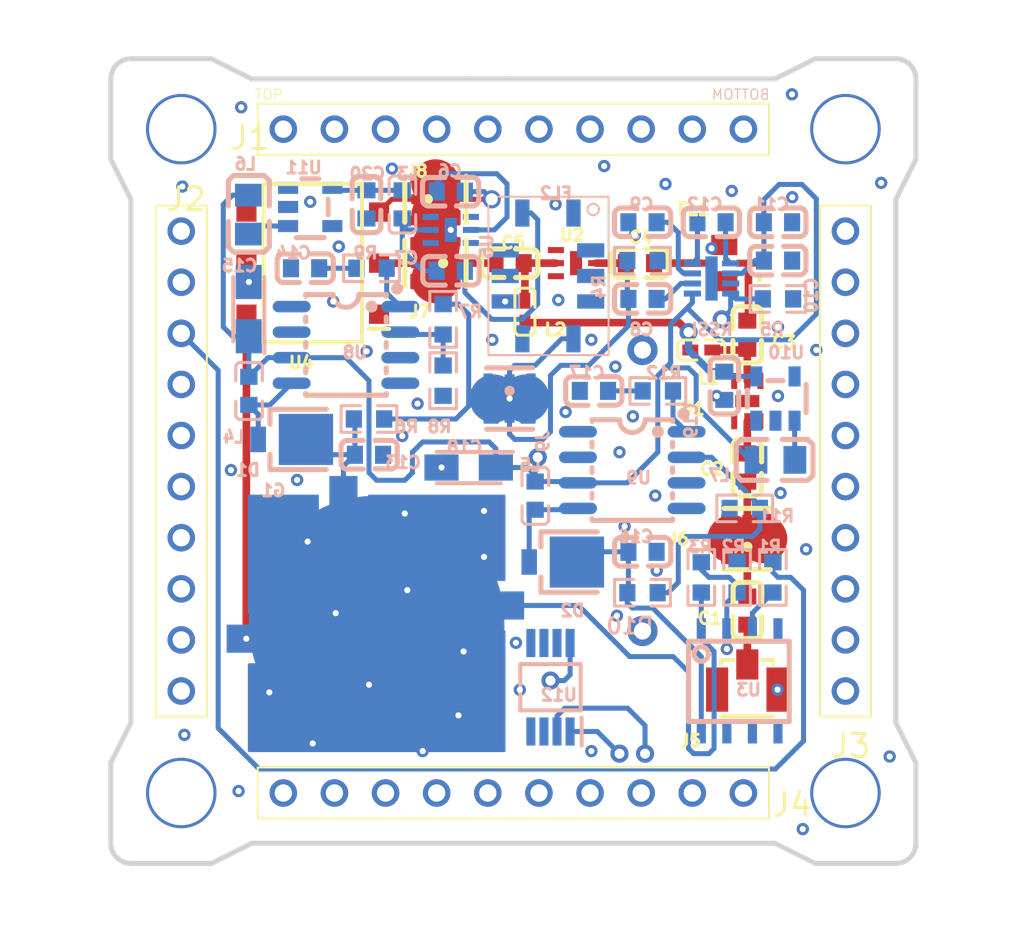
<source format=kicad_pcb>
(kicad_pcb (version 20211014) (generator pcbnew)
  (layers (0 "F.Cu" signal) (1 "In1.Cu" signal) (2 "In2.Cu" signal) (31 "B.Cu" signal) (34 "B.Paste" user) (35 "F.Paste" user) (36 "B.SilkS" user "B.Silkscreen") (37 "F.SilkS" user "F.Silkscreen") (38 "B.Mask" user) (39 "F.Mask" user) (44 "Edge.Cuts" user))
  (net 0 "")
  (footprint "easyeda:SLW-110-01-X-S" (layer "F.Cu") (at 91.628 75.616)
    (fp_text reference "J4")
    (fp_text value "SLW-110-01-T-S" hide)
  )
  (footprint "easyeda:POWERMITE_L2.0-W1.9-LS3.8-RD" (layer "F.Cu") (at 91.567 58.039)
    (fp_text reference "D1")
    (fp_text value "MBRM120ET3G" hide)
  )
  (footprint "easyeda:C0603" (layer "F.Cu") (at 114.681 59.436 90)
    (fp_text reference "C2")
    (fp_text value "10pF" hide)
  )
  (footprint "easyeda:C0603" (layer "F.Cu") (at 109.474 63.627)
    (fp_text reference "C16")
    (fp_text value "10uF" hide)
  )
  (footprint "easyeda:POWERMITE_L2.0-W1.9-LS3.8-RD" (layer "F.Cu") (at 105.029 64.135)
    (fp_text reference "D2")
    (fp_text value "MBRM120ET3G" hide)
  )
  (footprint "easyeda:C0603" (layer "F.Cu") (at 109.474 51.054)
    (fp_text reference "C8")
    (fp_text value "100pF" hide)
  )
  (footprint "easyeda:R0603" (layer "F.Cu") (at 110.236 55.626 180)
    (fp_text reference "R12")
    (fp_text value "68K" hide)
  )
  (footprint "easyeda:SOTFL254P691X284-6N" (layer "F.Cu") (at 93.091 49.276 180)
    (fp_text reference "U4")
    (fp_text value "ADE-11X+" hide)
  )
  (footprint "easyeda:C0603" (layer "F.Cu") (at 92.71 49.53)
    (fp_text reference "C14")
    (fp_text value "330pF" hide)
  )
  (footprint "easyeda:ANT-SMD_UFL-R-SMT-1-10" (layer "F.Cu") (at 114.681 69.85 -90)
    (fp_text reference "J5")
    (fp_text value "U.FL-R-SMT-1(10)" hide)
  )
  (footprint "easyeda:R0603" (layer "F.Cu") (at 109.474 65.659 180)
    (fp_text reference "R10")
    (fp_text value "160K" hide)
  )
  (footprint "easyeda:SON65P200X200X105-7N" (layer "F.Cu") (at 114.681 56.134 90)
    (fp_text reference "U1")
    (fp_text value "LEE2-6+" hide)
  )
  (footprint "easyeda:R0603" (layer "F.Cu") (at 112.395 64.897 90)
    (fp_text reference "R3")
    (fp_text value "100K" hide)
  )
  (footprint "easyeda:IPEX-SMD_MS-156C3" (layer "F.Cu") (at 102.87 56.007 90)
    (fp_text reference "J9")
    (fp_text value "MS-156C3" hide)
  )
  (footprint "easyeda:IPEX-SMD_MS-156C3" (layer "F.Cu") (at 99.187 46.101)
    (fp_text reference "J8")
    (fp_text value "MS-156C3" hide)
  )
  (footprint "easyeda:CVCO55CW" (layer "F.Cu") (at 96.266 67.31 90)
    (fp_text reference "G1")
    (fp_text value "CVCO55CW" hide)
  )
  (footprint "easyeda:C0603" (layer "F.Cu") (at 99.949 49.657)
    (fp_text reference "C7")
    (fp_text value "100pF" hide)
  )
  (footprint "easyeda:L0603" (layer "F.Cu") (at 97.536 46.355 -90)
    (fp_text reference "L3")
    (fp_text value "3.3uH" hide)
  )
  (footprint "easyeda:SO-8_L4.9-W3.9-P1.27-LS5.9-BL" (layer "F.Cu") (at 108.966 59.563 90)
    (fp_text reference "U9")
    (fp_text value "LT1949ES8#PBF" hide)
  )
  (footprint "easyeda:C0603" (layer "F.Cu") (at 114.681 52.832 90)
    (fp_text reference "C3")
    (fp_text value "10pF" hide)
  )
  (footprint "easyeda:R0603" (layer "F.Cu") (at 114.554 61.468 180)
    (fp_text reference "R11")
    (fp_text value "10K" hide)
  )
  (footprint "easyeda:R0603" (layer "F.Cu") (at 99.568 55.118 -90)
    (fp_text reference "R8")
    (fp_text value "20K" hide)
  )
  (footprint "easyeda:R0603" (layer "F.Cu") (at 95.885 57.023 180)
    (fp_text reference "R6")
    (fp_text value "120K" hide)
  )
  (footprint "easyeda:SO8" (layer "F.Cu") (at 111.76 68.072 90)
    (fp_text reference "U3")
    (fp_text value "LM258WDT" hide)
  )
  (footprint "easyeda:L0603" (layer "F.Cu") (at 104.14 60.833 -90)
    (fp_text reference "L5")
    (fp_text value "10uH" hide)
  )
  (footprint "easyeda:L0402" (layer "F.Cu") (at 112.395 53.594 180)
    (fp_text reference "L1")
    (fp_text value "100nH" hide)
  )
  (footprint "easyeda:L0402" (layer "F.Cu") (at 103.632 51.689 -90)
    (fp_text reference "L2")
    (fp_text value "100nH" hide)
  )
  (footprint "easyeda:SON50P200X300X80-9N" (layer "F.Cu") (at 112.903 50.038 180)
    (fp_text reference "RSSI")
    (fp_text value "LT5537EDDB#TRMPBF" hide)
  )
  (footprint "easyeda:BFCG162W" (layer "F.Cu") (at 113.538 49.276 180)
    (fp_text reference "FL1")
    (fp_text value "BFCG-162W+" hide)
  )
  (footprint "easyeda:C0603" (layer "F.Cu") (at 109.474 47.244)
    (fp_text reference "C9")
    (fp_text value "100pF" hide)
  )
  (footprint "easyeda:C0603" (layer "F.Cu") (at 116.205 49.149 180)
    (fp_text reference "C10")
    (fp_text value "1nF" hide)
  )
  (footprint "easyeda:C0603" (layer "F.Cu") (at 107.061 55.626 180)
    (fp_text reference "C17")
    (fp_text value "330pF" hide)
  )
  (footprint "easyeda:SMP-03-10 5X7 MM" (layer "F.Cu") (at 104.775 49.911 -90)
    (fp_text reference "FL2")
    (fp_text value "SF2242B" hide)
  )
  (footprint "easyeda:SON65P200X200X105-7N" (layer "F.Cu") (at 106.172 49.276 180)
    (fp_text reference "U2")
    (fp_text value "LEE2-6+" hide)
  )
  (footprint "easyeda:R0603" (layer "F.Cu") (at 99.568 52.07 90)
    (fp_text reference "R7")
    (fp_text value "20K" hide)
  )
  (footprint "easyeda:SLW-110-01-X-S" (layer "F.Cu") (at 91.628 42.616)
    (fp_text reference "J1")
    (fp_text value "SLW-110-01-T-S" hide)
  )
  (footprint "easyeda:SON65P200X200X105-7N" (layer "F.Cu") (at 99.949 47.625)
    (fp_text reference "U5")
    (fp_text value "LEE2-6+" hide)
  )
  (footprint "easyeda:C0603" (layer "F.Cu") (at 99.949 45.72 180)
    (fp_text reference "C6")
    (fp_text value "100pF" hide)
  )
  (footprint "easyeda:SOT-23-5_L2.9-W1.6-P0.95-LS2.8-BR" (layer "F.Cu") (at 92.965 46.483)
    (fp_text reference "U11")
    (fp_text value "TPS613226ADBVT" hide)
  )
  (footprint "easyeda:L0603" (layer "F.Cu") (at 89.916 55.626 -90)
    (fp_text reference "L4")
    (fp_text value "10uH" hide)
  )
  (footprint "easyeda:C0603" (layer "F.Cu") (at 95.758 46.355 -90)
    (fp_text reference "C20")
    (fp_text value "22uF" hide)
  )
  (footprint "easyeda:CAPPM3216X180N" (layer "F.Cu") (at 89.916 51.562 -90)
    (fp_text reference "C15")
    (fp_text value "22u" hide)
  )
  (footprint "easyeda:C0603" (layer "F.Cu") (at 95.885 58.801)
    (fp_text reference "C13")
    (fp_text value "10uF" hide)
  )
  (footprint "easyeda:C0603" (layer "F.Cu") (at 113.538 55.372 -90)
    (fp_text reference "C19")
    (fp_text value "22uF" hide)
  )
  (footprint "easyeda:R0603" (layer "F.Cu") (at 109.474 49.149)
    (fp_text reference "R4")
    (fp_text value "51" hide)
  )
  (footprint "easyeda:IPEX-SMD_MS-156C3" (layer "F.Cu") (at 114.681 62.992 90)
    (fp_text reference "J6")
    (fp_text value "MS-156C3" hide)
  )
  (footprint "easyeda:SO-8_L4.9-W3.9-P1.27-LS5.9-BL" (layer "F.Cu") (at 94.742 53.34 90)
    (fp_text reference "U8")
    (fp_text value "LT1949ES8#PBF" hide)
  )
  (footprint "easyeda:C0603" (layer "F.Cu") (at 114.681 66.548 -90)
    (fp_text reference "C1")
    (fp_text value "33nF" hide)
  )
  (footprint "easyeda:SLW-110-01-X-S" (layer "F.Cu") (at 86.558 47.686 -90)
    (fp_text reference "J2")
    (fp_text value "SLW-110-01-T-S" hide)
  )
  (footprint "easyeda:IPEX-SMD_MS-156C3" (layer "F.Cu") (at 99.187 49.276 180)
    (fp_text reference "J7")
    (fp_text value "MS-156C3" hide)
  )
  (footprint "easyeda:R0603" (layer "F.Cu") (at 116.205 51.054 180)
    (fp_text reference "R5")
    (fp_text value "33K" hide)
  )
  (footprint "easyeda:L0805" (layer "F.Cu") (at 116.078 59.055 180)
    (fp_text reference "L7")
    (fp_text value "4.7uH" hide)
  )
  (footprint "easyeda:R0603" (layer "F.Cu") (at 115.951 64.897 -90)
    (fp_text reference "R1")
    (fp_text value "10K" hide)
  )
  (footprint "easyeda:R0603" (layer "F.Cu") (at 114.173 64.897 -90)
    (fp_text reference "R2")
    (fp_text value "20K" hide)
  )
  (footprint "easyeda:C0603" (layer "F.Cu") (at 112.903 47.244 180)
    (fp_text reference "C12")
    (fp_text value "33nF" hide)
  )
  (footprint "easyeda:CAPPM3216X180N" (layer "F.Cu") (at 100.838 59.436)
    (fp_text reference "C18")
    (fp_text value "22u" hide)
  )
  (footprint "easyeda:C0603" (layer "F.Cu") (at 102.87 49.276 180)
    (fp_text reference "C5")
    (fp_text value "10pF" hide)
  )
  (footprint "easyeda:R0603" (layer "F.Cu") (at 96.012 49.53)
    (fp_text reference "R9")
    (fp_text value "68K" hide)
  )
  (footprint "easyeda:SLW-110-01-X-S" (layer "F.Cu") (at 119.558 47.686 -90)
    (fp_text reference "J3")
    (fp_text value "SLW-110-01-T-S" hide)
  )
  (footprint "easyeda:L0805" (layer "F.Cu") (at 89.916 46.863 90)
    (fp_text reference "L6")
    (fp_text value "4.7uH" hide)
  )
  (footprint "easyeda:SOT-23-5_L2.9-W1.6-P0.95-LS2.8-BR" (layer "F.Cu") (at 116.079 56.008 90)
    (fp_text reference "U10")
    (fp_text value "TPS613226ADBVT" hide)
  )
  (footprint "easyeda:SOP65P490X110-8N" (layer "F.Cu") (at 104.902 70.358 -90)
    (fp_text reference "U12")
    (fp_text value "TCN75AVUA713-VAO" hide)
  )
  (footprint "easyeda:C0603" (layer "F.Cu") (at 109.347 49.276 180)
    (fp_text reference "C4")
    (fp_text value "10pF" hide)
  )
  (footprint "easyeda:C0603" (layer "F.Cu") (at 116.205 47.244 180)
    (fp_text reference "C11")
    (fp_text value "1uF" hide)
  )
  (gr_arc (start 123.058 78.116) (mid 122.765107 78.823107) (end 122.058 79.116) (layer "Edge.Cuts") (width 0.25))
  (gr_line (start 116.058 78.116) (end 90.058 78.116) (layer "Edge.Cuts") (width 0.25))
  (gr_arc (start 84.058 79.116) (mid 83.350893 78.823107) (end 83.058 78.116) (layer "Edge.Cuts") (width 0.25))
  (gr_arc (start 83.058 40.116) (mid 83.350893 39.408893) (end 84.058 39.116) (layer "Edge.Cuts") (width 0.25))
  (gr_line (start 118.058 79.116) (end 122.058 79.116) (layer "Edge.Cuts") (width 0.25))
  (gr_line (start 116.058 78.116) (end 118.058 79.116) (layer "Edge.Cuts") (width 0.25))
  (gr_line (start 116.058 40.117) (end 118.057 39.116) (layer "Edge.Cuts") (width 0.25))
  (gr_line (start 84.059 39.116) (end 88.059 39.116) (layer "Edge.Cuts") (width 0.25))
  (gr_line (start 83.058 44.116) (end 83.058 40.116) (layer "Edge.Cuts") (width 0.25))
  (gr_line (start 84.058 46.116) (end 83.058 44.116) (layer "Edge.Cuts") (width 0.25))
  (gr_line (start 122.058 46.116) (end 122.058 72.116) (layer "Edge.Cuts") (width 0.25))
  (gr_line (start 90.058 40.117) (end 100.912 40.117) (layer "Edge.Cuts") (width 0.25))
  (gr_line (start 90.058 78.116) (end 88.058 79.116) (layer "Edge.Cuts") (width 0.25))
  (gr_line (start 123.058 44.116) (end 122.058 46.116) (layer "Edge.Cuts") (width 0.25))
  (gr_line (start 83.058 78.116) (end 83.058 74.116) (layer "Edge.Cuts") (width 0.25))
  (gr_line (start 103.058 40.117) (end 116.058 40.117) (layer "Edge.Cuts") (width 0.25))
  (gr_line (start 123.058 74.116) (end 123.058 78.116) (layer "Edge.Cuts") (width 0.25))
  (gr_line (start 88.059 39.116) (end 90.058 40.117) (layer "Edge.Cuts") (width 0.25))
  (gr_line (start 118.057 39.116) (end 122.057 39.116) (layer "Edge.Cuts") (width 0.25))
  (gr_line (start 123.058 44.116) (end 123.058 40.116) (layer "Edge.Cuts") (width 0.25))
  (gr_line (start 100.912 40.117) (end 103.058 40.117) (layer "Edge.Cuts") (width 0.25))
  (gr_arc (start 122.058 39.116) (mid 122.765181 39.408967) (end 123.058 40.116209) (layer "Edge.Cuts") (width 0.25))
  (gr_line (start 84.058 72.116) (end 84.058 46.116) (layer "Edge.Cuts") (width 0.25))
  (gr_line (start 83.058 74.116) (end 84.058 72.116) (layer "Edge.Cuts") (width 0.25))
  (gr_line (start 88.058 79.116) (end 84.058 79.116) (layer "Edge.Cuts") (width 0.25))
  (gr_line (start 122.058 72.116) (end 123.058 74.116) (layer "Edge.Cuts") (width 0.25))
  (gr_text "BOTTOM" (at 115.824 40.894) (layer "B.SilkS") (effects (font (size 0.5 0.5) (thickness 0.05)) (justify left mirror)))
  (gr_text "TOP" (at 90.17 40.894) (layer "F.SilkS") (effects (font (size 0.5 0.5) (thickness 0.05)) (justify left)))
  (segment (start 103.632 51.143) (end 103.632 49.276) (width 0.38) (layer "F.Cu") (net 0))
  (segment (start 103.632 49.276) (end 103.571 49.276) (width 0.38) (layer "F.Cu") (net 0))
  (segment (start 98.227 49.276) (end 96.386 49.276) (width 0.38) (layer "F.Cu") (net 0))
  (segment (start 105.172 49.276) (end 103.57 49.276) (width 0.38) (layer "F.Cu") (net 0))
  (segment (start 111.289 52.234) (end 103.632 52.234) (width 0.38) (layer "F.Cu") (net 0))
  (segment (start 102.17 49.276) (end 100.147 49.276) (width 0.38) (layer "F.Cu") (net 0))
  (segment (start 111.76 52.705) (end 111.76 53.504) (width 0.36) (layer "F.Cu") (net 0))
  (segment (start 114.619 53.594) (end 112.94 53.594) (width 0.38) (layer "F.Cu") (net 0))
  (segment (start 89.789 66.167) (end 89.789 67.945) (width 0.38) (layer "F.Cu") (net 0))
  (segment (start 114.681 58.736) (end 114.681 57.134) (width 0.38) (layer "F.Cu") (net 0))
  (segment (start 114.681 69.225) (end 114.681 67.249) (width 0.38) (layer "F.Cu") (net 0))
  (segment (start 111.76 53.504) (end 111.85 53.594) (width 0.36) (layer "F.Cu") (net 0))
  (segment (start 114.681 52.132) (end 114.738 52.075) (width 0.38) (layer "F.Cu") (net 0))
  (segment (start 114.681 65.848) (end 114.681 63.952) (width 0.38) (layer "F.Cu") (net 0))
  (segment (start 114.681 62.032) (end 114.681 60.136) (width 0.38) (layer "F.Cu") (net 0))
  (segment (start 111.76 52.705) (end 111.289 52.234) (width 0.38) (layer "F.Cu") (net 0))
  (segment (start 97.021 46.101) (end 98.227 46.101) (width 0.25) (layer "F.Cu") (net 0))
  (segment (start 114.681 55.134) (end 114.681 53.532) (width 0.38) (layer "F.Cu") (net 0))
  (segment (start 114.738 52.075) (end 114.738 49.276) (width 0.38) (layer "F.Cu") (net 0))
  (segment (start 96.386 46.736) (end 97.021 46.101) (width 0.25) (layer "F.Cu") (net 0))
  (segment (start 100.147 46.101) (end 101.981 46.101) (width 0.25) (layer "F.Cu") (net 0))
  (segment (start 89.789 66.167) (end 89.797 51.816) (width 0.38) (layer "F.Cu") (net 0))
  (segment (start 108.647 49.276) (end 107.172 49.276) (width 0.38) (layer "F.Cu") (net 0))
  (segment (start 112.338 49.276) (end 110.047 49.276) (width 0.38) (layer "F.Cu") (net 0))
  (via (at 117.437 77.409) (size 0.61) (drill 0.305) (layers "F.Cu" "B.Cu") (net 0))
  (via (at 111.76 52.705) (size 0.9) (drill 0.5) (layers "F.Cu" "B.Cu") (net 0))
  (via (at 90.932 70.612) (size 0.61) (drill 0.305) (layers "F.Cu" "B.Cu") (net 0))
  (via (at 109.601 73.66) (size 0.9) (drill 0.5) (layers "F.Cu" "B.Cu") (net 0))
  (via (at 116.205 52.451) (size 0.61) (drill 0.305) (layers "F.Cu" "B.Cu") (net 0))
  (via (at 116.901 40.883) (size 0.61) (drill 0.305) (layers "F.Cu" "B.Cu") (net 0))
  (via (at 92.313 60.054) (size 0.61) (drill 0.305) (layers "F.Cu" "B.Cu") (net 0))
  (via (at 89.789 67.945) (size 0.9) (drill 0.305) (layers "F.Cu" "B.Cu") (net 0))
  (via (at 95.885 70.231) (size 0.61) (drill 0.305) (layers "F.Cu" "B.Cu") (net 0))
  (via (at 92.837 63.119) (size 0.61) (drill 0.305) (layers "F.Cu" "B.Cu") (net 0))
  (via (at 89.405 75.519) (size 0.61) (drill 0.305) (layers "F.Cu" "B.Cu") (net 0))
  (via (at 110.617 45.339) (size 0.61) (drill 0.305) (layers "F.Cu" "B.Cu") (net 0))
  (via (at 102.014 53.089) (size 0.61) (drill 0.305) (layers "F.Cu" "B.Cu") (net 0))
  (via (at 100.584 68.58) (size 0.61) (drill 0.305) (layers "F.Cu" "B.Cu") (net 0))
  (via (at 108.331 73.66) (size 0.9) (drill 0.5) (layers "F.Cu" "B.Cu") (net 0))
  (via (at 106.934 73.533) (size 0.61) (drill 0.305) (layers "F.Cu" "B.Cu") (net 0))
  (via (at 108.997 56.891) (size 0.61) (drill 0.305) (layers "F.Cu" "B.Cu") (net 0))
  (via (at 116.332 60.706) (size 0.61) (drill 0.305) (layers "F.Cu" "B.Cu") (net 0))
  (via (at 98.552 73.533) (size 0.61) (drill 0.305) (layers "F.Cu" "B.Cu") (net 0))
  (via (at 116.205 55.88) (size 0.61) (drill 0.305) (layers "F.Cu" "B.Cu") (net 0))
  (via (at 97.538 57.869) (size 0.61) (drill 0.305) (layers "F.Cu" "B.Cu") (net 0))
  (via (at 99.949 47.625) (size 0.61) (drill 0.305) (layers "F.Cu" "B.Cu") (net 0))
  (via (at 107.569 44.45) (size 0.61) (drill 0.305) (layers "F.Cu" "B.Cu") (net 0))
  (via (at 103.185 68.148) (size 0.61) (drill 0.305) (layers "F.Cu" "B.Cu") (net 0))
  (via (at 86.713 72.725) (size 0.61) (drill 0.305) (layers "F.Cu" "B.Cu") (net 0))
  (via (at 108.127 54.423) (size 0.61) (drill 0.305) (layers "F.Cu" "B.Cu") (net 0))
  (via (at 116.9162 45.9994) (size 0.61) (drill 0.305) (layers "F.Cu" "B.Cu") (net 0))
  (via (at 92.964 46.228) (size 0.61) (drill 0.305) (layers "F.Cu" "B.Cu") (net 0))
  (via (at 98.298 56.261) (size 0.61) (drill 0.305) (layers "F.Cu" "B.Cu") (net 0))
  (via (at 110.18 64.562) (size 0.61) (drill 0.305) (layers "F.Cu" "B.Cu") (net 0))
  (via (at 110.109 60.833) (size 0.61) (drill 0.305) (layers "F.Cu" "B.Cu") (net 0))
  (via (at 113.157 55.88) (size 0.61) (drill 0.305) (layers "F.Cu" "B.Cu") (net 0))
  (via (at 108.204 66.802) (size 0.61) (drill 0.305) (layers "F.Cu" "B.Cu") (net 0))
  (via (at 101.981 46.101) (size 0.9) (drill 0.6) (layers "F.Cu" "B.Cu") (net 0))
  (via (at 116.181 70.475) (size 0.61) (drill 0.305) (layers "F.Cu" "B.Cu") (net 0))
  (via (at 105.156 46.355) (size 0.61) (drill 0.305) (layers "F.Cu" "B.Cu") (net 0))
  (via (at 93.091 73.152) (size 0.61) (drill 0.305) (layers "F.Cu" "B.Cu") (net 0))
  (via (at 95.769 53.66) (size 0.61) (drill 0.305) (layers "F.Cu" "B.Cu") (net 0))
  (via (at 99.488 59.436) (size 0.61) (drill 0.305) (layers "F.Cu" "B.Cu") (net 0))
  (via (at 86.558 75.616) (size 3.5) (drill 3.2) (layers "F.Cu" "B.Cu") (net 0))
  (via (at 105.652 56.674) (size 0.61) (drill 0.305) (layers "F.Cu" "B.Cu") (net 0))
  (via (at 121.331 45.286) (size 0.61) (drill 0.305) (layers "F.Cu" "B.Cu") (net 0))
  (via (at 89.027 59.563) (size 0.61) (drill 0.305) (layers "F.Cu" "B.Cu") (net 0))
  (via (at 112.903 48.5394) (size 0.61) (drill 0.305) (layers "F.Cu" "B.Cu") (net 0))
  (via (at 109.474 53.594) (size 1.5) (drill 0.85) (layers "F.Cu" "B.Cu") (net 0))
  (via (at 103.378 70.485) (size 0.61) (drill 0.305) (layers "F.Cu" "B.Cu") (net 0))
  (via (at 94.234 66.675) (size 0.61) (drill 0.305) (layers "F.Cu" "B.Cu") (net 0))
  (via (at 97.028 44.577) (size 0.61) (drill 0.305) (layers "F.Cu" "B.Cu") (net 0))
  (via (at 86.614 45.466) (size 0.61) (drill 0.305) (layers "F.Cu" "B.Cu") (net 0))
  (via (at 97.79 65.532) (size 0.61) (drill 0.305) (layers "F.Cu" "B.Cu") (net 0))
  (via (at 104.267 58.928) (size 0.9) (drill 0.5) (layers "F.Cu" "B.Cu") (net 0))
  (via (at 121.755 73.802) (size 0.61) (drill 0.305) (layers "F.Cu" "B.Cu") (net 0))
  (via (at 113.411 52.07) (size 0.9) (drill 0.5) (layers "F.Cu" "B.Cu") (net 0))
  (via (at 109.093 47.879) (size 0.61) (drill 0.305) (layers "F.Cu" "B.Cu") (net 0))
  (via (at 94.107 51.181) (size 0.61) (drill 0.305) (layers "F.Cu" "B.Cu") (net 0))
  (via (at 86.558 42.616) (size 3.5) (drill 3.2) (layers "F.Cu" "B.Cu") (net 0))
  (via (at 101.6 63.881) (size 0.61) (drill 0.305) (layers "F.Cu" "B.Cu") (net 0))
  (via (at 89.535 41.529) (size 0.61) (drill 0.305) (layers "F.Cu" "B.Cu") (net 0))
  (via (at 113.665 68.453) (size 0.61) (drill 0.305) (layers "F.Cu" "B.Cu") (net 0))
  (via (at 108.585 62.357) (size 0.61) (drill 0.305) (layers "F.Cu" "B.Cu") (net 0))
  (via (at 109.474 67.564) (size 1.5) (drill 0.85) (layers "F.Cu" "B.Cu") (net 0))
  (via (at 108.331 58.674) (size 0.61) (drill 0.305) (layers "F.Cu" "B.Cu") (net 0))
  (via (at 100.33 71.755) (size 0.61) (drill 0.305) (layers "F.Cu" "B.Cu") (net 0))
  (via (at 105.291 51.108) (size 0.61) (drill 0.305) (layers "F.Cu" "B.Cu") (net 0))
  (via (at 106.934 53.086) (size 0.61) (drill 0.305) (layers "F.Cu" "B.Cu") (net 0))
  (via (at 101.6 61.595) (size 0.61) (drill 0.305) (layers "F.Cu" "B.Cu") (net 0))
  (via (at 94.385 48.453) (size 0.61) (drill 0.305) (layers "F.Cu" "B.Cu") (net 0))
  (via (at 117.602 63.5) (size 0.61) (drill 0.305) (layers "F.Cu" "B.Cu") (net 0))
  (via (at 119.558 42.616) (size 3.5) (drill 3.2) (layers "F.Cu" "B.Cu") (net 0))
  (via (at 89.916 50.212) (size 0.61) (drill 0.305) (layers "F.Cu" "B.Cu") (net 0))
  (via (at 104.902 70.027) (size 0.9) (drill 0.5) (layers "F.Cu" "B.Cu") (net 0))
  (via (at 113.908 45.686) (size 0.61) (drill 0.305) (layers "F.Cu" "B.Cu") (net 0))
  (via (at 118.11 53.594) (size 0.61) (drill 0.305) (layers "F.Cu" "B.Cu") (net 0))
  (via (at 119.558 75.616) (size 3.5) (drill 3.2) (layers "F.Cu" "B.Cu") (net 0))
  (via (at 97.663 61.722) (size 0.61) (drill 0.305) (layers "F.Cu" "B.Cu") (net 0))
  (via (at 102.87 56.007) (size 0.61) (drill 0.305) (layers "F.Cu" "B.Cu") (net 0))
  (via (at 102.65 51.181) (size 0.61) (drill 0.305) (layers "F.Cu" "B.Cu") (net 0))
  (segment (start 103.124 58.039) (end 104.521 58.039) (width 0.25) (layer "B.Cu") (net 0))
  (segment (start 106.267 61.468) (end 106.202 61.533) (width 0.25) (layer "B.Cu") (net 0))
  (segment (start 104.902 70.027) (end 105.5886 70.027) (width 0.25) (layer "B.Cu") (net 0))
  (segment (start 92.043 55.245) (end 90.962 56.326) (width 0.25) (layer "B.Cu") (net 0))
  (segment (start 95.758 45.655) (end 97.536 45.655) (width 0.25) (layer "B.Cu") (net 0))
  (segment (start 111.252 63.246) (end 111.633 62.865) (width 0.25) (layer "B.Cu") (net 0))
  (segment (start 104.267 58.928) (end 104.14 59.055) (width 0.25) (layer "B.Cu") (net 0))
  (segment (start 104.14 59.055) (end 104.14 60.133) (width 0.25) (layer "B.Cu") (net 0))
  (segment (start 102.235 44.831) (end 102.743 45.339) (width 0.25) (layer "B.Cu") (net 0))
  (segment (start 97.663 60.071) (end 98.044 59.69) (width 0.25) (layer "B.Cu") (net 0))
  (segment (start 109.601 72.263) (end 109.601 73.66) (width 0.25) (layer "B.Cu") (net 0))
  (segment (start 115.951 65.65) (end 114.935 66.666) (width 0.25) (layer "B.Cu") (net 0))
  (segment (start 111.953 50.288) (end 111.379 50.288) (width 0.25) (layer "B.Cu") (net 0))
  (segment (start 104.14 59.817) (end 103.759 59.436) (width 0.25) (layer "B.Cu") (net 0))
  (segment (start 108.72 66.175) (end 108.966 66.421) (width 0.25) (layer "B.Cu") (net 0))
  (segment (start 89.916 54.925) (end 89.916 52.911) (width 0.25) (layer "B.Cu") (net 0))
  (segment (start 99.695 44.831) (end 102.235 44.831) (width 0.25) (layer "B.Cu") (net 0))
  (segment (start 113.284 53.086) (end 116.84 53.086) (width 0.25) (layer "B.Cu") (net 0))
  (segment (start 97.536 47.055) (end 97.536 48.641) (width 0.25) (layer "B.Cu") (net 0))
  (segment (start 99.248 45.72) (end 99.248 45.278) (width 0.25) (layer "B.Cu") (net 0))
  (segment (start 108.839 68.834) (end 106.299 66.294) (width 0.25) (layer "B.Cu") (net 0))
  (segment (start 110.613 51.054) (end 110.174 51.054) (width 0.25) (layer "B.Cu") (net 0))
  (segment (start 116.84 53.086) (end 118.11 51.816) (width 0.25) (layer "B.Cu") (net 0))
  (segment (start 113.773 54.907) (end 115.128 54.907) (width 0.25) (layer "B.Cu") (net 0))
  (segment (start 90.424 74.422) (end 88.392 72.39) (width 0.25) (layer "B.Cu") (net 0))
  (segment (start 94.187 45.655) (end 95.758 45.655) (width 0.25) (layer "B.Cu") (net 0))
  (segment (start 98.552 58.166) (end 101.854 58.166) (width 0.25) (layer "B.Cu") (net 0))
  (segment (start 96.266 60.071) (end 97.663 60.071) (width 0.25) (layer "B.Cu") (net 0))
  (segment (start 113.853 51.628) (end 113.411 52.07) (width 0.25) (layer "B.Cu") (net 0))
  (segment (start 95.185 57.076) (end 95.185 58.801) (width 0.25) (layer "B.Cu") (net 0))
  (segment (start 92.752 58.04) (end 93.513 58.801) (width 0.25) (layer "B.Cu") (net 0))
  (segment (start 104.14 54.356) (end 105.46 53.036) (width 0.25) (layer "B.Cu") (net 0))
  (segment (start 111.252 47.752) (end 110.744 47.244) (width 0.25) (layer "B.Cu") (net 0))
  (segment (start 112.776 64.897) (end 113.792 64.897) (width 0.25) (layer "B.Cu") (net 0))
  (segment (start 95.185 58.801) (end 94.615 59.371) (width 0.25) (layer "B.Cu") (net 0))
  (segment (start 106.202 61.533) (end 104.14 61.533) (width 0.25) (layer "B.Cu") (net 0))
  (segment (start 108.721 51.001) (end 108.721 49.149) (width 0.25) (layer "B.Cu") (net 0))
  (segment (start 106.807 54.356) (end 108.774 52.389) (width 0.25) (layer "B.Cu") (net 0))
  (segment (start 103.124 54.356) (end 104.14 54.356) (width 0.25) (layer "B.Cu") (net 0))
  (segment (start 110.744 65.659) (end 111.252 65.151) (width 0.25) (layer "B.Cu") (net 0))
  (segment (start 116.84 64.897) (end 117.475 65.532) (width 0.25) (layer "B.Cu") (net 0))
  (segment (start 98.044 59.69) (end 98.044 58.674) (width 0.25) (layer "B.Cu") (net 0))
  (segment (start 96.639 57.023) (end 100.203 57.023) (width 0.25) (layer "B.Cu") (net 0))
  (segment (start 114.808 59.055) (end 115.113 59.055) (width 0.25) (layer "B.Cu") (net 0))
  (segment (start 89.107 52.912) (end 88.646 52.451) (width 0.25) (layer "B.Cu") (net 0))
  (segment (start 92.043 53.975) (end 94.742 53.975) (width 0.25) (layer "B.Cu") (net 0))
  (segment (start 111.76 69.596) (end 110.998 68.834) (width 0.25) (layer "B.Cu") (net 0))
  (segment (start 97.536 47.371) (end 97.536 47.055) (width 0.25) (layer "B.Cu") (net 0))
  (segment (start 104.267 47.117) (end 103.937 46.787) (width 0.25) (layer "B.Cu") (net 0))
  (segment (start 110.744 47.244) (end 110.175 47.244) (width 0.25) (layer "B.Cu") (net 0))
  (segment (start 104.902 54.864) (end 105.41 54.356) (width 0.25) (layer "B.Cu") (net 0))
  (segment (start 88.646 46.355) (end 89.104 45.897) (width 0.25) (layer "B.Cu") (net 0))
  (segment (start 112.395 64.144) (end 112.395 64.516) (width 0.25) (layer "B.Cu") (net 0))
  (segment (start 101.981 46.101) (end 101.6 45.72) (width 0.25) (layer "B.Cu") (net 0))
  (segment (start 111.953 51.242) (end 111.953 50.787) (width 0.25) (layer "B.Cu") (net 0))
  (segment (start 115.951 64.643) (end 116.205 64.897) (width 0.25) (layer "B.Cu") (net 0))
  (segment (start 102.87 57.785) (end 103.124 58.039) (width 0.25) (layer "B.Cu") (net 0))
  (segment (start 111.633 62.865) (end 114.935 62.865) (width 0.25) (layer "B.Cu") (net 0))
  (segment (start 110.236 58.674) (end 110.236 54.864) (width 0.25) (layer "B.Cu") (net 0))
  (segment (start 114.119 51.054) (end 115.452 51.054) (width 0.25) (layer "B.Cu") (net 0))
  (segment (start 110.228 65.659) (end 110.744 65.659) (width 0.25) (layer "B.Cu") (net 0))
  (segment (start 107.229 72.558) (end 108.331 73.66) (width 0.25) (layer "B.Cu") (net 0))
  (segment (start 115.308 61.468) (end 115.308 61.333) (width 0.25) (layer "B.Cu") (net 0))
  (segment (start 103.937 46.787) (end 103.505 46.787) (width 0.25) (layer "B.Cu") (net 0))
  (segment (start 97.442 52.705) (end 97.56 52.823) (width 0.25) (layer "B.Cu") (net 0))
  (segment (start 111.506 49.784) (end 111.252 49.53) (width 0.25) (layer "B.Cu") (net 0))
  (segment (start 108.712 60.198) (end 110.236 58.674) (width 0.25) (layer "B.Cu") (net 0))
  (segment (start 111.953 49.288) (end 112.203 49.038) (width 0.25) (layer "B.Cu") (net 0))
  (segment (start 111.76 53.594) (end 111.76 52.705) (width 0.36) (layer "B.Cu") (net 0))
  (segment (start 102.87 54.61) (end 103.124 54.356) (width 0.25) (layer "B.Cu") (net 0))
  (segment (start 113.792 64.897) (end 114.173 65.278) (width 0.25) (layer "B.Cu") (net 0))
  (segment (start 112.395 65.65) (end 112.395 67.437) (width 0.25) (layer "B.Cu") (net 0))
  (segment (start 116.078 74.422) (end 90.424 74.422) (width 0.25) (layer "B.Cu") (net 0))
  (segment (start 102.743 46.99) (end 102.108 47.625) (width 0.25) (layer "B.Cu") (net 0))
  (segment (start 118.11 46.0756) (end 117.3988 45.3644) (width 0.25) (layer "B.Cu") (net 0))
  (segment (start 110.617 54.483) (end 111.76 54.483) (width 0.25) (layer "B.Cu") (net 0))
  (segment (start 115.504 46.1162) (end 115.504 47.244) (width 0.25) (layer "B.Cu") (net 0))
  (segment (start 112.395 67.945) (end 113.03 68.58) (width 0.25) (layer "B.Cu") (net 0))
  (segment (start 103.844 61.829) (end 103.844 64.134) (width 0.25) (layer "B.Cu") (net 0))
  (segment (start 100.203 57.023) (end 100.838 56.388) (width 0.25) (layer "B.Cu") (net 0))
  (segment (start 117.475 65.532) (end 117.475 73.025) (width 0.25) (layer "B.Cu") (net 0))
  (segment (start 97.56 52.823) (end 99.568 52.823) (width 0.25) (layer "B.Cu") (net 0))
  (segment (start 114.173 65.278) (end 114.173 65.65) (width 0.25) (layer "B.Cu") (net 0))
  (segment (start 89.916 54.926) (end 90.867 53.975) (width 0.25) (layer "B.Cu") (net 0))
  (segment (start 98.044 58.674) (end 98.552 58.166) (width 0.25) (layer "B.Cu") (net 0))
  (segment (start 108.966 66.421) (end 109.982 66.421) (width 0.25) (layer "B.Cu") (net 0))
  (segment (start 96.765 50.759) (end 96.765 49.53) (width 0.25) (layer "B.Cu") (net 0))
  (segment (start 88.392 72.39) (end 88.392 54.6) (width 0.25) (layer "B.Cu") (net 0))
  (segment (start 113.03 73.406) (end 112.776 73.66) (width 0.25) (layer "B.Cu") (net 0))
  (segment (start 114.173 65.65) (end 113.665 66.158) (width 0.25) (layer "B.Cu") (net 0))
  (segment (start 113.853 49.789) (end 114.422 49.789) (width 0.25) (layer "B.Cu") (net 0))
  (segment (start 117.475 73.025) (end 116.078 74.422) (width 0.25) (layer "B.Cu") (net 0))
  (segment (start 112.395 67.437) (end 112.395 67.945) (width 0.25) (layer "B.Cu") (net 0))
  (segment (start 106.299 66.294) (end 102.743 66.294) (width 0.25) (layer "B.Cu") (net 0))
  (segment (start 102.87 55.047) (end 102.87 54.61) (width 0.25) (layer "B.Cu") (net 0))
  (segment (start 108.7374 71.3994) (end 109.601 72.263) (width 0.25) (layer "B.Cu") (net 0))
  (segment (start 89.916 56.326) (end 90.382 56.792) (width 0.25) (layer "B.Cu") (net 0))
  (segment (start 116.205 64.897) (end 116.84 64.897) (width 0.25) (layer "B.Cu") (net 0))
  (segment (start 111.752 51.443) (end 111.752 51.554) (width 0.25) (layer "B.Cu") (net 0))
  (segment (start 90.312 47.433) (end 91.864 47.433) (width 0.25) (layer "B.Cu") (net 0))
  (segment (start 97.441 51.435) (end 96.765 50.759) (width 0.25) (layer "B.Cu") (net 0))
  (segment (start 113.853 50.788) (end 114.119 51.054) (width 0.25) (layer "B.Cu") (net 0))
  (segment (start 108.72 65.659) (end 108.72 66.175) (width 0.25) (layer "B.Cu") (net 0))
  (segment (start 106.266 60.198) (end 108.712 60.198) (width 0.25) (layer "B.Cu") (net 0))
  (segment (start 106.214 64.136) (end 106.723 63.627) (width 0.25) (layer "B.Cu") (net 0))
  (segment (start 113.603 49.038) (end 113.603 47.244) (width 0.25) (layer "B.Cu") (net 0))
  (segment (start 104.902 57.658) (end 104.902 54.864) (width 0.25) (layer "B.Cu") (net 0))
  (segment (start 112.203 49.038) (end 112.203 47.244) (width 0.25) (layer "B.Cu") (net 0))
  (segment (start 114.422 49.789) (end 115.062 49.149) (width 0.25) (layer "B.Cu") (net 0))
  (segment (start 95.885 59.69) (end 96.266 60.071) (width 0.25) (layer "B.Cu") (net 0))
  (segment (start 100.339 51.317) (end 99.568 51.317) (width 0.25) (layer "B.Cu") (net 0))
  (segment (start 112.395 64.516) (end 112.776 64.897) (width 0.25) (layer "B.Cu") (net 0))
  (segment (start 94.064 45.532) (end 94.187 45.655) (width 0.25) (layer "B.Cu") (net 0))
  (segment (start 95.259 49.53) (end 93.41 49.53) (width 0.25) (layer "B.Cu") (net 0))
  (segment (start 97.536 48.641) (end 98.552 49.657) (width 0.25) (layer "B.Cu") (net 0))
  (segment (start 101.981 52.07) (end 103.505 52.07) (width 0.25) (layer "B.Cu") (net 0))
  (segment (start 118.11 51.816) (end 118.11 46.0756) (width 0.25) (layer "B.Cu") (net 0))
  (segment (start 111.665 57.658) (end 110.989 56.982) (width 0.25) (layer "B.Cu") (net 0))
  (segment (start 105.877 69.7386) (end 105.877 68.158) (width 0.25) (layer "B.Cu") (net 0))
  (segment (start 114.935 66.666) (end 114.935 67.437) (width 0.25) (layer "B.Cu") (net 0))
  (segment (start 94.742 53.975) (end 95.885 55.118) (width 0.25) (layer "B.Cu") (net 0))
  (segment (start 94.615 59.371) (end 94.615 60.706) (width 0.25) (layer "B.Cu") (net 0))
  (segment (start 88.646 52.451) (end 88.646 46.355) (width 0.25) (layer "B.Cu") (net 0))
  (segment (start 89.104 45.897) (end 89.916 45.897) (width 0.25) (layer "B.Cu") (net 0))
  (segment (start 108.721 65.659) (end 108.774 65.606) (width 0.25) (layer "B.Cu") (net 0))
  (segment (start 117.044 59.055) (end 117.028 57.107) (width 0.25) (layer "B.Cu") (net 0))
  (segment (start 102.743 45.339) (end 102.743 46.99) (width 0.25) (layer "B.Cu") (net 0))
  (segment (start 112.395 68.834) (end 112.395 72.644) (width 0.25) (layer "B.Cu") (net 0))
  (segment (start 104.521 58.039) (end 104.902 57.658) (width 0.25) (layer "B.Cu") (net 0))
  (segment (start 115.505 47.244) (end 115.505 49.149) (width 0.25) (layer "B.Cu") (net 0))
  (segment (start 105.46 53.036) (end 106.045 53.036) (width 0.25) (layer "B.Cu") (net 0))
  (segment (start 109.982 66.421) (end 112.395 68.834) (width 0.25) (layer "B.Cu") (net 0))
  (segment (start 105.5886 70.027) (end 105.877 69.7386) (width 0.25) (layer "B.Cu") (net 0))
  (segment (start 89.916 52.912) (end 89.107 52.912) (width 0.25) (layer "B.Cu") (net 0))
  (segment (start 102.188 58.5) (end 102.188 59.436) (width 0.25) (layer "B.Cu") (net 0))
  (segment (start 112.141 54.864) (end 112.141 56.388) (width 0.25) (layer "B.Cu") (net 0))
  (segment (start 110.236 54.864) (end 110.617 54.483) (width 0.25) (layer "B.Cu") (net 0))
  (segment (start 102.87 56.967) (end 102.87 57.785) (width 0.25) (layer "B.Cu") (net 0))
  (segment (start 111.76 54.483) (end 112.141 54.864) (width 0.25) (layer "B.Cu") (net 0))
  (segment (start 112.776 73.66) (end 112.014 73.66) (width 0.25) (layer "B.Cu") (net 0))
  (segment (start 101.6 45.72) (end 100.649 45.72) (width 0.25) (layer "B.Cu") (net 0))
  (segment (start 95.132 57.023) (end 95.185 57.076) (width 0.25) (layer "B.Cu") (net 0))
  (segment (start 89.916 47.829) (end 90.312 47.433) (width 0.25) (layer "B.Cu") (net 0))
  (segment (start 90.382 56.792) (end 90.382 58.038) (width 0.25) (layer "B.Cu") (net 0))
  (segment (start 110.989 56.982) (end 110.989 55.626) (width 0.25) (layer "B.Cu") (net 0))
  (segment (start 107.761 55.626) (end 109.483 55.626) (width 0.25) (layer "B.Cu") (net 0))
  (segment (start 105.227 71.7856) (end 105.6132 71.3994) (width 0.25) (layer "B.Cu") (net 0))
  (segment (start 103.759 59.436) (end 102.187 59.436) (width 0.25) (layer "B.Cu") (net 0))
  (segment (start 100.65 50.739) (end 101.981 52.07) (width 0.25) (layer "B.Cu") (net 0))
  (segment (start 111.752 51.554) (end 113.284 53.086) (width 0.25) (layer "B.Cu") (net 0))
  (segment (start 115.308 62.492) (end 115.308 61.468) (width 0.25) (layer "B.Cu") (net 0))
  (segment (start 102.108 47.625) (end 100.95 47.625) (width 0.25) (layer "B.Cu") (net 0))
  (segment (start 113.03 68.58) (end 113.03 73.406) (width 0.25) (layer "B.Cu") (net 0))
  (segment (start 90.867 53.975) (end 92.043 53.975) (width 0.25) (layer "B.Cu") (net 0))
  (segment (start 95.885 55.118) (end 95.885 59.69) (width 0.25) (layer "B.Cu") (net 0))
  (segment (start 117.3988 45.3644) (end 116.2558 45.3644) (width 0.25) (layer "B.Cu") (net 0))
  (segment (start 111.379 50.288) (end 110.613 51.054) (width 0.25) (layer "B.Cu") (net 0))
  (segment (start 105.6132 71.3994) (end 108.7374 71.3994) (width 0.25) (layer "B.Cu") (net 0))
  (segment (start 105.877 72.558) (end 107.229 72.558) (width 0.25) (layer "B.Cu") (net 0))
  (segment (start 113.538 54.672) (end 112.838 54.672) (width 0.36) (layer "B.Cu") (net 0))
  (segment (start 113.665 66.158) (end 113.665 67.437) (width 0.25) (layer "B.Cu") (net 0))
  (segment (start 98.552 49.657) (end 99.249 49.657) (width 0.25) (layer "B.Cu") (net 0))
  (segment (start 112.141 56.388) (end 114.808 59.055) (width 0.25) (layer "B.Cu") (net 0))
  (segment (start 113.538 54.672) (end 113.773 54.907) (width 0.25) (layer "B.Cu") (net 0))
  (segment (start 108.774 51.054) (end 108.721 51.001) (width 0.25) (layer "B.Cu") (net 0))
  (segment (start 100.65 49.657) (end 100.65 50.739) (width 0.25) (layer "B.Cu") (net 0))
  (segment (start 111.76 73.406) (end 111.76 69.596) (width 0.25) (layer "B.Cu") (net 0))
  (segment (start 112.014 73.66) (end 111.76 73.406) (width 0.25) (layer "B.Cu") (net 0))
  (segment (start 111.252 49.53) (end 111.252 47.752) (width 0.25) (layer "B.Cu") (net 0))
  (segment (start 90.962 56.326) (end 89.916 56.326) (width 0.25) (layer "B.Cu") (net 0))
  (segment (start 104.14 60.132) (end 104.14 59.817) (width 0.25) (layer "B.Cu") (net 0))
  (segment (start 115.062 49.149) (end 115.504 49.149) (width 0.25) (layer "B.Cu") (net 0))
  (segment (start 110.871 52.324) (end 111.953 51.242) (width 0.25) (layer "B.Cu") (net 0))
  (segment (start 104.267 51.308) (end 104.267 47.117) (width 0.25) (layer "B.Cu") (net 0))
  (segment (start 116.2558 45.3644) (end 115.504 46.1162) (width 0.25) (layer "B.Cu") (net 0))
  (segment (start 114.935 62.865) (end 115.308 62.492) (width 0.25) (layer "B.Cu") (net 0))
  (segment (start 113.853 49.288) (end 113.603 49.038) (width 0.25) (layer "B.Cu") (net 0))
  (segment (start 97.79 47.625) (end 97.536 47.371) (width 0.25) (layer "B.Cu") (net 0))
  (segment (start 113.853 50.788) (end 113.853 51.628) (width 0.25) (layer "B.Cu") (net 0))
  (segment (start 106.723 63.627) (end 108.774 63.627) (width 0.25) (layer "B.Cu") (net 0))
  (segment (start 111.953 49.789) (end 111.506 49.784) (width 0.25) (layer "B.Cu") (net 0))
  (segment (start 110.617 54.483) (end 110.871 54.229) (width 0.25) (layer "B.Cu") (net 0))
  (segment (start 100.838 56.388) (end 100.838 51.816) (width 0.25) (layer "B.Cu") (net 0))
  (segment (start 105.41 54.356) (end 106.807 54.356) (width 0.25) (layer "B.Cu") (net 0))
  (segment (start 110.871 54.229) (end 110.871 52.324) (width 0.25) (layer "B.Cu") (net 0))
  (segment (start 112.903 58.928) (end 111.666 58.928) (width 0.25) (layer "B.Cu") (net 0))
  (segment (start 93.513 58.801) (end 95.185 58.801) (width 0.25) (layer "B.Cu") (net 0))
  (segment (start 101.854 58.166) (end 102.188 58.5) (width 0.25) (layer "B.Cu") (net 0))
  (segment (start 108.774 65.606) (end 108.774 63.627) (width 0.25) (layer "B.Cu") (net 0))
  (segment (start 106.267 60.198) (end 106.202 60.133) (width 0.25) (layer "B.Cu") (net 0))
  (segment (start 115.951 64.144) (end 115.951 64.643) (width 0.25) (layer "B.Cu") (net 0))
  (segment (start 106.202 60.133) (end 104.14 60.133) (width 0.25) (layer "B.Cu") (net 0))
  (segment (start 103.505 52.07) (end 104.267 51.308) (width 0.25) (layer "B.Cu") (net 0))
  (segment (start 104.14 61.533) (end 103.844 61.829) (width 0.25) (layer "B.Cu") (net 0))
  (segment (start 98.949 47.625) (end 97.79 47.625) (width 0.25) (layer "B.Cu") (net 0))
  (segment (start 105.227 72.558) (end 105.227 71.7856) (width 0.25) (layer "B.Cu") (net 0))
  (segment (start 112.838 54.672) (end 111.76 53.594) (width 0.36) (layer "B.Cu") (net 0))
  (segment (start 100.838 51.816) (end 100.339 51.317) (width 0.25) (layer "B.Cu") (net 0))
  (segment (start 115.308 61.333) (end 112.903 58.928) (width 0.25) (layer "B.Cu") (net 0))
  (segment (start 99.248 45.278) (end 99.695 44.831) (width 0.25) (layer "B.Cu") (net 0))
  (segment (start 88.392 54.6) (end 86.558 52.766) (width 0.25) (layer "B.Cu") (net 0))
  (segment (start 111.252 65.151) (end 111.252 63.246) (width 0.25) (layer "B.Cu") (net 0))
  (segment (start 110.998 68.834) (end 108.839 68.834) (width 0.25) (layer "B.Cu") (net 0))
  (segment (start 99.568 52.823) (end 99.568 54.365) (width 0.25) (layer "B.Cu") (net 0))
  (segment (start 108.774 52.389) (end 108.774 51.054) (width 0.25) (layer "B.Cu") (net 0))
)
</source>
